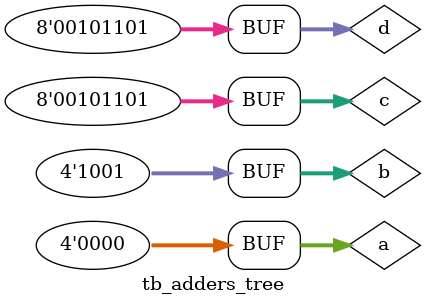
<source format=v>

module adders_tree(
   input [3:0] a,
   input [3:0] b,
   input [7:0] c,
   input [7:0] d,
   output [4:0] sum1,
   output [8:0] sum2,
   output [9:0] sum3
);
  
  // The order of the assignments in NOT important
  assign sum1 = a + b;
  assign sum3 = sum1 + sum2;
  assign sum2 = c + d;
  
endmodule


`timescale 1us/1ns
module tb_adders_tree();
	
   reg [3:0] a, b;
   reg [7:0] c, d;
   wire [4:0] sum1;
   wire [8:0] sum2;
   wire [9:0] sum3;
	
    // Instantiate the DUT
    adders_tree ADD(
       .a(a),
       .b(b),
       .c(c),
       .d(d),
       .sum1(sum1),
       .sum2(sum2),
       .sum3(sum3)      
    );
  
    // Create stimulus
    initial begin
      $monitor(" a = %d, b = %d, c = %d, d = %d, sum1 = %d, sum2 = %d, sum3 = %d",
                 a ,b ,c, d, sum1, sum2, sum3);
       #1; a = 4'd0  ; b = 4'd3  ; c = 8'd1 ; d = 8'd255 ;
       #1; a = 4'd10 ; b = 4'd13 ; c = 8'd9 ; d = 8'd10 ;
       #1; a = 4'd15 ; b = 4'd15 ; c = 8'd109 ; d = 8'd37 ;
       #1; a = 4'd0  ; b = 4'd9  ; c = 8'd45 ; d = 8'd45 ;
       #1;
    end
  
endmodule
</source>
